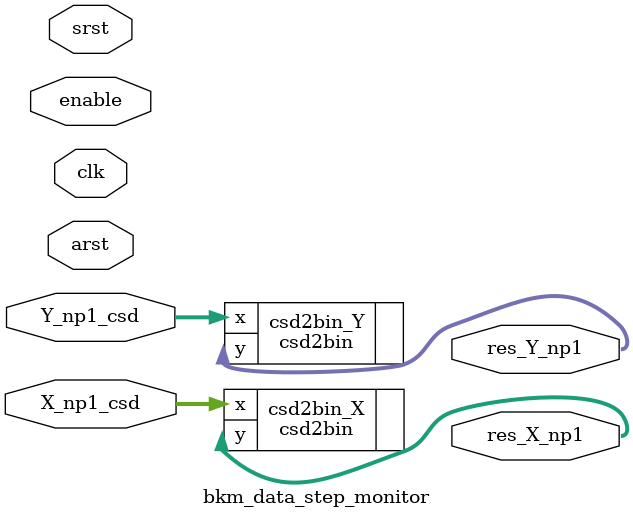
<source format=v>

`include "/home/ilesser/simlib/simlib_defs.vh"

module bkm_data_step_monitor #(
   // ----------------------------------
   // Parameters
   // ----------------------------------
   parameter W       = 64
   ) (
   // ----------------------------------
   // Clock, reset & enable inputs
   // ----------------------------------
   input wire              clk,
   input wire              arst,
   input wire              srst,
   input wire              enable,
   // ----------------------------------
   // Data inputs
   // ----------------------------------
   input  wire [2*W-1:0]   X_np1_csd,
   input  wire [2*W-1:0]   Y_np1_csd,
   // ----------------------------------
   // Data outputs
   // ----------------------------------
   output wire [W-1:0]     res_X_np1,
   output wire [W-1:0]     res_Y_np1
   );
// *****************************************************************************

// *****************************************************************************
// Architecture
// *****************************************************************************

   // -----------------------------------------------------
   // Internal signals
   // -----------------------------------------------------
   // -----------------------------------------------------

   csd2bin #(
    // ----------------------------------
    // Parameters
    // ----------------------------------
      .W                   (W)
   ) csd2bin_X (
    // ----------------------------------
    // Data inputs
    // ----------------------------------
      .x                   (X_np1_csd),
    // ----------------------------------
    // Data outputs
    // ----------------------------------
      .y                   (res_X_np1)
   );

   csd2bin #(
    // ----------------------------------
    // Parameters
    // ----------------------------------
      .W                   (W)
   ) csd2bin_Y (
    // ----------------------------------
    // Data inputs
    // ----------------------------------
      .x                   (Y_np1_csd),
    // ----------------------------------
    // Data outputs
    // ----------------------------------
      .y                   (res_Y_np1)
   );
// *****************************************************************************

`ifdef RTL_DEBUG

//

`else

//XXXXX FILL IN HERE XXXXX

`endif
// *****************************************************************************

endmodule




</source>
